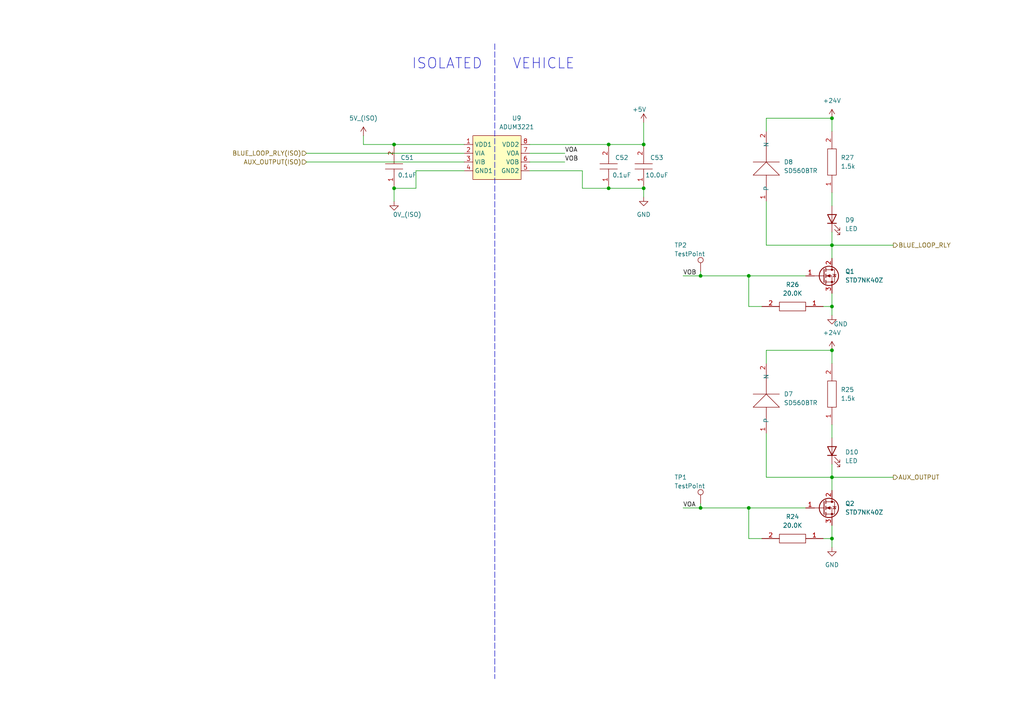
<source format=kicad_sch>
(kicad_sch (version 20211123) (generator eeschema)
  (paper "A4")
  (lib_symbols
    (symbol "0V_(ISO)_1" (power) (pin_names (offset 0))
      (property "Value" "0V_(ISO)_1" (at 0 -5.08 0))
      (symbol "0V_(ISO)_1_0_1"
        (polyline (pts (xy 0 0) (xy 0 -1.27) (xy 1.27 -1.27) (xy 0 -2.54) (xy -1.27 -1.27) (xy 0 -1.27)))
      )
      (symbol "0V_(ISO)_1_1_1"
        (pin power_in line (at 0 0 270) (length 0) hide (name "0V_(ISO)") (number "1"))
      )
    )
    (symbol "BMS_Library:ADUM3221"
      (property "Reference" "U" (at -5.08 8.89 0))
      (property "Value" "ADUM3221" (at 0 11.43 0))
      (symbol "ADUM3221_0_1"
        (rectangle (start -6.35 6.35) (end 7.62 -6.35) (fill (type background)))
      )
      (symbol "ADUM3221_1_1"
        (pin input line (at -8.89 3.81 0) (length 2.54) (name "VDD1") (number "1"))
        (pin input line (at -8.89 1.27 0) (length 2.54) (name "VIA") (number "2"))
        (pin input line (at -8.89 -1.27 0) (length 2.54) (name "VIB") (number "3"))
        (pin input line (at -8.89 -3.81 0) (length 2.54) (name "GND1") (number "4"))
        (pin input line (at 10.16 -3.81 180) (length 2.54) (name "GND2") (number "5"))
        (pin input line (at 10.16 -1.27 180) (length 2.54) (name "VOB") (number "6"))
        (pin input line (at 10.16 1.27 180) (length 2.54) (name "VOA") (number "7"))
        (pin input line (at 10.16 3.81 180) (length 2.54) (name "VDD2") (number "8"))
      )
    )
    (symbol "BMS_Library:CC0805JRX7R8BB104" (pin_names (offset 0.762))
      (property "Reference" "C" (at 8.89 6.35 0))
      (property "Value" "CC0805JRX7R8BB104" (at 8.89 3.81 0))
      (symbol "CC0805JRX7R8BB104_0_0"
        (pin passive line (at 0 0 0) (length 5.08) (name "~") (number "1"))
        (pin passive line (at 12.7 0 180) (length 5.08) (name "~") (number "2"))
      )
      (symbol "CC0805JRX7R8BB104_0_1"
        (polyline (pts (xy 5.08 0) (xy 5.588 0)) (stroke (width 0.1524)))
        (polyline (pts (xy 5.588 2.54) (xy 5.588 -2.54)) (stroke (width 0.1524)))
        (polyline (pts (xy 7.112 0) (xy 7.62 0)) (stroke (width 0.1524)))
        (polyline (pts (xy 7.112 2.54) (xy 7.112 -2.54)) (stroke (width 0.1524)))
      )
    )
    (symbol "Connector:TestPoint" (pin_numbers hide) (pin_names (offset 0.762) hide)
      (property "Reference" "TP" (at 0 6.858 0))
      (property "Value" "TestPoint" (at 0 5.08 0))
      (symbol "TestPoint_0_1"
        (circle (center 0 3.302) (radius 0.762))
      )
      (symbol "TestPoint_1_1"
        (pin passive line (at 0 0 90) (length 2.54) (name "1") (number "1"))
      )
    )
    (symbol "Custom Power:+24V" (power) (pin_names (offset 0))
      (property "Value" "+24V" (at 0 3.556 0))
      (symbol "+24V_0_1"
        (polyline (pts (xy -0.762 1.27) (xy 0 2.54)))
        (polyline (pts (xy 0 0) (xy 0 2.54)))
        (polyline (pts (xy 0 2.54) (xy 0.762 1.27)))
      )
      (symbol "+24V_1_1"
        (pin power_in line (at 0 0 90) (length 0) hide (name "+24V") (number "1"))
      )
    )
    (symbol "Custom Power:+5V" (power) (pin_names (offset 0))
      (property "Value" "+5V" (at 0 3.556 0))
      (symbol "+5V_0_1"
        (polyline (pts (xy -0.762 1.27) (xy 0 2.54)))
        (polyline (pts (xy 0 0) (xy 0 2.54)))
        (polyline (pts (xy 0 2.54) (xy 0.762 1.27)))
      )
      (symbol "+5V_1_1"
        (pin power_in line (at 0 0 90) (length 0) hide (name "+5V") (number "1"))
      )
    )
    (symbol "Custom Power:0V_(ISO)" (power) (pin_names (offset 0))
      (property "Value" "0V_(ISO)" (at 0 -3.81 0))
      (symbol "0V_(ISO)_0_1"
        (polyline (pts (xy 0 0) (xy 0 -1.27) (xy 1.27 -1.27) (xy 0 -2.54) (xy -1.27 -1.27) (xy 0 -1.27)))
      )
      (symbol "0V_(ISO)_1_1"
        (pin power_in line (at 0 0 270) (length 0) hide (name "GND") (number "1"))
      )
    )
    (symbol "Custom Power:5V_(ISO)" (power) (pin_names (offset 0))
      (property "Value" "5V_(ISO)" (at 0 3.556 0))
      (symbol "5V_(ISO)_0_1"
        (polyline (pts (xy -0.762 1.27) (xy 0 2.54)))
        (polyline (pts (xy 0 0) (xy 0 2.54)))
        (polyline (pts (xy 0 2.54) (xy 0.762 1.27)))
      )
      (symbol "5V_(ISO)_1_1"
        (pin power_in line (at 0 0 90) (length 0) hide (name "5V_(ISO)") (number "1"))
      )
    )
    (symbol "Custom Power:GND" (power) (pin_names (offset 0))
      (property "Value" "GND" (at 0 -3.81 0))
      (symbol "GND_0_1"
        (polyline (pts (xy 0 0) (xy 0 -1.27) (xy 1.27 -1.27) (xy 0 -2.54) (xy -1.27 -1.27) (xy 0 -1.27)))
      )
      (symbol "GND_1_1"
        (pin power_in line (at 0 0 270) (length 0) hide (name "GND") (number "1"))
      )
    )
    (symbol "Device:LED" (pin_numbers hide) (pin_names (offset 1.016) hide)
      (property "Reference" "D" (at 0 2.54 0))
      (property "Value" "LED" (at 0 -2.54 0))
      (symbol "LED_0_1"
        (polyline (pts (xy -1.27 -1.27) (xy -1.27 1.27)) (stroke (width 0.254)))
        (polyline (pts (xy -1.27 0) (xy 1.27 0)))
        (polyline (pts (xy 1.27 -1.27) (xy 1.27 1.27) (xy -1.27 0) (xy 1.27 -1.27)) (stroke (width 0.254)))
        (polyline (pts (xy -3.048 -0.762) (xy -4.572 -2.286) (xy -3.81 -2.286) (xy -4.572 -2.286) (xy -4.572 -1.524)))
        (polyline (pts (xy -1.778 -0.762) (xy -3.302 -2.286) (xy -2.54 -2.286) (xy -3.302 -2.286) (xy -3.302 -1.524)))
      )
      (symbol "LED_1_1"
        (pin passive line (at -3.81 0 0) (length 2.54) (name "K") (number "1"))
        (pin passive line (at 3.81 0 180) (length 2.54) (name "A") (number "2"))
      )
    )
    (symbol "ERJP06F1000V:ERJP06F1000V" (pin_names (offset 0.762))
      (property "Reference" "R" (at 13.97 6.35 0))
      (property "Value" "ERJP06F1000V" (at 13.97 3.81 0))
      (symbol "ERJP06F1000V_0_0"
        (pin passive line (at 0 0 0) (length 5.08) (name "~") (number "1"))
        (pin passive line (at 17.78 0 180) (length 5.08) (name "~") (number "2"))
      )
      (symbol "ERJP06F1000V_0_1"
        (polyline (pts (xy 5.08 1.27) (xy 12.7 1.27) (xy 12.7 -1.27) (xy 5.08 -1.27) (xy 5.08 1.27)) (stroke (width 0.1524)))
      )
    )
    (symbol "Power_Protection:SD560BTR"
      (property "Reference" "D" (at -3.81 0 0))
      (property "Value" "SD560BTR" (at 0 2.54 0))
      (symbol "SD560BTR_0_1"
        (polyline (pts (xy -2.54 -2.54) (xy -7.62 -2.54)))
        (polyline (pts (xy -2.54 -2.54) (xy -2.54 -6.35)))
        (polyline (pts (xy 1.27 -2.54) (xy 1.27 -6.35)))
        (polyline (pts (xy 1.27 -2.54) (xy 1.27 1.27)))
        (polyline (pts (xy 1.27 -2.54) (xy 7.62 -2.54)))
        (polyline (pts (xy -2.54 -6.35) (xy 1.27 -2.54) (xy -2.54 1.27) (xy -2.54 -2.54)))
      )
      (symbol "SD560BTR_1_1"
        (pin input line (at -10.16 -2.54 0) (length 2.54) (name "P") (number "1"))
        (pin output line (at 10.16 -2.54 180) (length 2.54) (name "N") (number "2"))
      )
    )
    (symbol "Transistor_FET:STD7NK40Z" (pin_names hide)
      (property "Reference" "Q" (at 5.08 1.905 0))
      (property "Value" "STD7NK40Z" (at 5.08 0 0))
      (symbol "STD7NK40Z_0_1"
        (polyline (pts (xy 0.254 0) (xy -2.54 0)))
        (polyline (pts (xy 0.254 1.905) (xy 0.254 -1.905)) (stroke (width 0.254)))
        (polyline (pts (xy 0.762 -1.27) (xy 0.762 -2.286)) (stroke (width 0.254)))
        (polyline (pts (xy 0.762 0.508) (xy 0.762 -0.508)) (stroke (width 0.254)))
        (polyline (pts (xy 0.762 2.286) (xy 0.762 1.27)) (stroke (width 0.254)))
        (polyline (pts (xy 2.54 2.54) (xy 2.54 1.778)))
        (polyline (pts (xy 2.54 -2.54) (xy 2.54 0) (xy 0.762 0)))
        (polyline (pts (xy 0.762 -1.778) (xy 3.302 -1.778) (xy 3.302 1.778) (xy 0.762 1.778)))
        (polyline (pts (xy 1.016 0) (xy 2.032 0.381) (xy 2.032 -0.381) (xy 1.016 0)) (fill (type outline)))
        (polyline (pts (xy 2.794 0.508) (xy 2.921 0.381) (xy 3.683 0.381) (xy 3.81 0.254)))
        (polyline (pts (xy 3.302 0.381) (xy 2.921 -0.254) (xy 3.683 -0.254) (xy 3.302 0.381)))
        (circle (center 1.651 0) (radius 2.794) (stroke (width 0.254)))
        (circle (center 2.54 -1.778) (radius 0.254) (fill (type outline)))
        (circle (center 2.54 1.778) (radius 0.254) (fill (type outline)))
      )
      (symbol "STD7NK40Z_1_1"
        (pin passive line (at -5.08 0 0) (length 2.54) (name "G") (number "1"))
        (pin passive line (at 2.54 5.08 270) (length 2.54) (name "D") (number "2"))
        (pin passive line (at 2.54 -5.08 90) (length 2.54) (name "S") (number "3"))
      )
    )
  )
  (junction (at 241.3 71.12))
  (junction (at 186.69 54.61))
  (junction (at 217.17 80.01))
  (junction (at 114.3 41.91))
  (junction (at 203.2 147.32))
  (junction (at 114.3 54.61))
  (junction (at 203.2 80.01))
  (junction (at 241.3 156.21))
  (junction (at 186.69 41.91))
  (junction (at 176.53 54.61))
  (junction (at 241.3 34.29))
  (junction (at 241.3 138.43))
  (junction (at 241.3 88.9))
  (junction (at 176.53 41.91))
  (junction (at 241.3 101.6))
  (junction (at 217.17 147.32))
  (wire (pts (xy 120.65 49.53) (xy 134.62 49.53)))
  (wire (pts (xy 217.17 80.01) (xy 233.68 80.01)))
  (polyline (pts (xy 143.51 12.7) (xy 143.51 196.85)))
  (wire (pts (xy 168.91 49.53) (xy 168.91 54.61)))
  (wire (pts (xy 186.69 54.61) (xy 186.69 57.15)))
  (wire (pts (xy 222.25 138.43) (xy 241.3 138.43)))
  (wire (pts (xy 153.67 49.53) (xy 168.91 49.53)))
  (wire (pts (xy 241.3 71.12) (xy 241.3 67.31)))
  (wire (pts (xy 217.17 147.32) (xy 233.68 147.32)))
  (wire (pts (xy 220.98 156.21) (xy 217.17 156.21)))
  (wire (pts (xy 241.3 138.43) (xy 259.08 138.43)))
  (wire (pts (xy 241.3 152.4) (xy 241.3 156.21)))
  (wire (pts (xy 222.25 125.73) (xy 222.25 138.43)))
  (wire (pts (xy 222.25 101.6) (xy 222.25 105.41)))
  (wire (pts (xy 241.3 85.09) (xy 241.3 88.9)))
  (wire (pts (xy 114.3 54.61) (xy 114.3 58.42)))
  (wire (pts (xy 241.3 71.12) (xy 259.08 71.12)))
  (wire (pts (xy 88.9 46.99) (xy 134.62 46.99)))
  (wire (pts (xy 222.25 58.42) (xy 222.25 71.12)))
  (wire (pts (xy 186.69 35.56) (xy 186.69 41.91)))
  (wire (pts (xy 120.65 49.53) (xy 120.65 54.61)))
  (wire (pts (xy 203.2 147.32) (xy 217.17 147.32)))
  (wire (pts (xy 220.98 88.9) (xy 217.17 88.9)))
  (wire (pts (xy 198.12 80.01) (xy 203.2 80.01)))
  (wire (pts (xy 114.3 41.91) (xy 105.41 41.91)))
  (wire (pts (xy 153.67 41.91) (xy 176.53 41.91)))
  (wire (pts (xy 241.3 34.29) (xy 222.25 34.29)))
  (wire (pts (xy 241.3 138.43) (xy 241.3 142.24)))
  (wire (pts (xy 241.3 101.6) (xy 241.3 105.41)))
  (wire (pts (xy 176.53 41.91) (xy 186.69 41.91)))
  (wire (pts (xy 241.3 138.43) (xy 241.3 134.62)))
  (wire (pts (xy 198.12 147.32) (xy 203.2 147.32)))
  (wire (pts (xy 120.65 54.61) (xy 114.3 54.61)))
  (wire (pts (xy 203.2 78.74) (xy 203.2 80.01)))
  (wire (pts (xy 203.2 146.05) (xy 203.2 147.32)))
  (wire (pts (xy 241.3 55.88) (xy 241.3 59.69)))
  (wire (pts (xy 114.3 41.91) (xy 134.62 41.91)))
  (wire (pts (xy 238.76 88.9) (xy 241.3 88.9)))
  (wire (pts (xy 176.53 54.61) (xy 186.69 54.61)))
  (wire (pts (xy 241.3 156.21) (xy 241.3 158.75)))
  (wire (pts (xy 105.41 39.37) (xy 105.41 41.91)))
  (wire (pts (xy 168.91 54.61) (xy 176.53 54.61)))
  (wire (pts (xy 222.25 34.29) (xy 222.25 38.1)))
  (wire (pts (xy 222.25 71.12) (xy 241.3 71.12)))
  (wire (pts (xy 238.76 156.21) (xy 241.3 156.21)))
  (wire (pts (xy 217.17 88.9) (xy 217.17 80.01)))
  (wire (pts (xy 241.3 71.12) (xy 241.3 74.93)))
  (wire (pts (xy 217.17 156.21) (xy 217.17 147.32)))
  (wire (pts (xy 241.3 123.19) (xy 241.3 127)))
  (wire (pts (xy 88.9 44.45) (xy 134.62 44.45)))
  (wire (pts (xy 203.2 80.01) (xy 217.17 80.01)))
  (wire (pts (xy 241.3 88.9) (xy 241.3 91.44)))
  (wire (pts (xy 241.3 101.6) (xy 222.25 101.6)))
  (wire (pts (xy 153.67 46.99) (xy 163.83 46.99)))
  (wire (pts (xy 153.67 44.45) (xy 163.83 44.45)))
  (wire (pts (xy 241.3 34.29) (xy 241.3 38.1)))
  (text "ISOLATED" (at 119.38 20.32 0) (effects (font (size 3 3)) (justify left bottom)))
  (text "VEHICLE\n" (at 148.59 20.32 0) (effects (font (size 3 3)) (justify left bottom)))
  (label "VOA" (at 163.83 44.45 0))
  (label "VOB" (at 198.12 80.01 0))
  (label "VOA" (at 198.12 147.32 0))
  (label "VOB" (at 163.83 46.99 0))
  (hierarchical_label "BLUE_LOOP_RLY(ISO)" (shape input) (at 88.9 44.45 180))
  (hierarchical_label "BLUE_LOOP_RLY" (shape output) (at 259.08 71.12 0))
  (hierarchical_label "AUX_OUTPUT(ISO)" (shape input) (at 88.9 46.99 180))
  (hierarchical_label "AUX_OUTPUT" (shape output) (at 259.08 138.43 0))
  (symbol (lib_id "Power_Protection:SD560BTR") (at 219.71 48.26 90) (unit 1)
    (property "Reference" "D8" (at 227.33 46.9899 90) (effects (justify right)))
    (property "Value" "SD560BTR" (at 227.33 49.5299 90) (effects (justify right)))
    (property "Footprint" "Diode_SMD:D_SMB_Handsoldering" (effects hide))
  )
  (symbol (lib_id "ERJP06F1000V:ERJP06F1000V") (at 241.3 123.19 90) (unit 1)
    (property "Reference" "R25" (at 243.84 113.0299 90) (effects (justify right)))
    (property "Value" "1.5k" (at 243.84 115.5699 90) (effects (justify right)))
    (property "Footprint" "Resistor_SMD:R_0603_1608Metric_Pad0.98x0.95mm_HandSolder" (effects hide))
    (property "Datasheet" "https://industrial.panasonic.com/cdbs/www-data/pdf/RDO0000/AOA0000C331.pdf" (effects hide))
    (property "Description" "Panasonic ERJP06 Series Thick Film Surface Mount Resistor 0805 Case 100 +/-1% 0.5W +/-100ppm/C" (effects hide))
    (property "Height" "0.7" (effects hide))
    (property "Manufacturer_Name" "Panasonic" (effects hide))
    (property "Manufacturer_Part_Number" "ERJP06F1000V" (effects hide))
  )
  (symbol (lib_id "BMS_Library:ADUM3221") (at 143.51 45.72 0) (unit 1)
    (property "Reference" "U9" (at 149.86 34.29 0))
    (property "Value" "ADUM3221" (at 149.86 36.83 0))
    (property "Footprint" "Package_SO:SOIC-8_3.9x4.9mm_P1.27mm" (effects hide))
  )
  (symbol (lib_id "Device:LED") (at 241.3 63.5 90) (unit 1)
    (property "Reference" "D9" (at 245.11 63.8174 90) (effects (justify right)))
    (property "Value" "LED" (at 245.11 66.3574 90) (effects (justify right)))
    (property "Footprint" "LED_SMD:LED_0805_2012Metric_Pad1.15x1.40mm_HandSolder" (effects hide))
  )
  (symbol (lib_id "ERJP06F1000V:ERJP06F1000V") (at 238.76 156.21 180) (unit 1)
    (property "Reference" "R24" (at 229.87 149.86 0))
    (property "Value" "20.0K" (at 229.87 152.4 0))
    (property "Footprint" "Resistor_SMD:R_0603_1608Metric_Pad0.98x0.95mm_HandSolder" (effects hide))
    (property "Datasheet" "https://industrial.panasonic.com/cdbs/www-data/pdf/RDO0000/AOA0000C331.pdf" (effects hide))
    (property "Description" "Panasonic ERJP06 Series Thick Film Surface Mount Resistor 0805 Case 100 +/-1% 0.5W +/-100ppm/C" (effects hide))
    (property "Height" "0.7" (effects hide))
    (property "Manufacturer_Name" "Panasonic" (effects hide))
    (property "Manufacturer_Part_Number" "ERJP06F1000V" (effects hide))
  )
  (symbol (lib_id "Transistor_FET:STD7NK40Z") (at 238.76 80.01 0) (unit 1)
    (property "Reference" "Q1" (at 245.11 78.7399 0) (effects (justify left)))
    (property "Value" "STD7NK40Z" (at 245.11 81.2799 0) (effects (justify left)))
    (property "Footprint" "Package_TO_SOT_SMD:TO-252-2" (effects hide))
    (property "Datasheet" "https://www.st.com/resource/en/datasheet/std7nk40zt4.pdf" (effects hide))
  )
  (symbol (lib_id "BMS_Library:CC0805JRX7R8BB104") (at 186.69 54.61 90) (unit 1)
    (property "Reference" "C53" (at 190.5 45.72 90))
    (property "Value" "10.0uF" (at 190.5 50.8 90))
    (property "Footprint" "Capacitor_SMD:C_0603_1608Metric_Pad1.08x0.95mm_HandSolder" (effects hide))
    (property "Datasheet" "https://www.yageo.com/upload/media/product/productsearch/datasheet/mlcc/UPY-GPHC_X7R_6.3V-to-50V_20.pdf" (effects hide))
    (property "Description" "YAGEO - CC0805JRX7R8BB104 - SMD Multilayer Ceramic Capacitor, 0.1 F, 25 V, 0805 [2012 Metric], +/- 5%, X7R, CC Series" (effects hide))
    (property "Height" "0.95" (effects hide))
    (property "Manufacturer_Name" "YAGEO" (effects hide))
    (property "Manufacturer_Part_Number" "CC0805JRX7R8BB104" (effects hide))
    (property "Mouser Part Number" "603-CC805JRX7R8BB104" (effects hide))
    (property "Mouser Price/Stock" "https://www.mouser.co.uk/ProductDetail/YAGEO/CC0805JRX7R8BB104?qs=AgBp2OyFlx%252BZU4KTc42Krw%3D%3D" (effects hide))
    (property "Arrow Part Number" "CC0805JRX7R8BB104" (effects hide))
    (property "Arrow Price/Stock" "https://www.arrow.com/en/products/cc0805jrx7r8bb104/yageo?region=nac" (effects hide))
  )
  (symbol (lib_id "Custom Power:+24V") (at 241.3 101.6 0) (unit 1)
    (property "Reference" "#PWR0189" (effects hide))
    (property "Value" "+24V" (at 241.3 96.52 0))
  )
  (symbol (lib_id "Custom Power:5V_(ISO)") (at 105.41 39.37 0) (unit 1)
    (property "Reference" "#PWR0183" (effects hide))
    (property "Value" "5V_(ISO)" (at 105.41 34.29 0))
  )
  (symbol (lib_id "Custom Power:GND") (at 241.3 91.44 0) (unit 1)
    (property "Reference" "#PWR0178" (effects hide))
    (property "Value" "GND" (at 243.84 93.98 0))
  )
  (symbol (lib_id "Custom Power:0V_(ISO)") (at 186.69 57.15 0) (unit 1)
    (property "Reference" "#PWR0185" (effects hide))
    (property "Value" "0V_(ISO)" (at 186.69 62.23 0))
  )
  (symbol (lib_id "Connector:TestPoint") (at 203.2 78.74 0) (unit 1)
    (property "Reference" "TP2" (at 195.58 71.12 0) (effects (justify left)))
    (property "Value" "TestPoint" (at 195.58 73.66 0) (effects (justify left)))
    (property "Footprint" "TestPoint:TestPoint_Pad_1.0x1.0mm" (effects hide))
  )
  (symbol (lib_id "ERJP06F1000V:ERJP06F1000V") (at 241.3 55.88 90) (unit 1)
    (property "Reference" "R27" (at 243.84 45.7199 90) (effects (justify right)))
    (property "Value" "1.5k" (at 243.84 48.2599 90) (effects (justify right)))
    (property "Footprint" "Resistor_SMD:R_0603_1608Metric_Pad0.98x0.95mm_HandSolder" (effects hide))
    (property "Datasheet" "https://industrial.panasonic.com/cdbs/www-data/pdf/RDO0000/AOA0000C331.pdf" (effects hide))
    (property "Description" "Panasonic ERJP06 Series Thick Film Surface Mount Resistor 0805 Case 100 +/-1% 0.5W +/-100ppm/C" (effects hide))
    (property "Height" "0.7" (effects hide))
    (property "Manufacturer_Name" "Panasonic" (effects hide))
    (property "Manufacturer_Part_Number" "ERJP06F1000V" (effects hide))
  )
  (symbol (lib_id "Transistor_FET:STD7NK40Z") (at 238.76 147.32 0) (unit 1)
    (property "Reference" "Q2" (at 245.11 146.0499 0) (effects (justify left)))
    (property "Value" "STD7NK40Z" (at 245.11 148.5899 0) (effects (justify left)))
    (property "Footprint" "Package_TO_SOT_SMD:TO-252-2" (effects hide))
    (property "Datasheet" "https://www.st.com/resource/en/datasheet/std7nk40zt4.pdf" (effects hide))
  )
  (symbol (lib_id "Custom Power:GND") (at 241.3 158.75 0) (unit 1)
    (property "Reference" "#PWR0180" (effects hide))
    (property "Value" "GND" (at 241.3 163.83 0))
  )
  (symbol (lib_id "Device:LED") (at 241.3 130.81 90) (unit 1)
    (property "Reference" "D10" (at 245.11 131.1274 90) (effects (justify right)))
    (property "Value" "LED" (at 245.11 133.6674 90) (effects (justify right)))
    (property "Footprint" "LED_SMD:LED_0805_2012Metric_Pad1.15x1.40mm_HandSolder" (effects hide))
  )
  (symbol (lib_id "Custom Power:+5V") (at 186.69 35.56 0) (unit 1)
    (property "Reference" "#PWR0184" (effects hide))
    (property "Value" "+5V" (at 185.42 31.75 0))
  )
  (symbol (lib_id "Custom Power:+24V") (at 241.3 34.29 0) (unit 1)
    (property "Reference" "#PWR0190" (effects hide))
    (property "Value" "+24V" (at 241.3 29.21 0))
  )
  (symbol (lib_id "BMS_Library:CC0805JRX7R8BB104") (at 114.3 54.61 90) (unit 1)
    (property "Reference" "C51" (at 118.11 45.72 90))
    (property "Value" "0.1uF" (at 118.11 50.8 90))
    (property "Footprint" "Capacitor_SMD:C_0603_1608Metric_Pad1.08x0.95mm_HandSolder" (effects hide))
    (property "Datasheet" "https://www.yageo.com/upload/media/product/productsearch/datasheet/mlcc/UPY-GPHC_X7R_6.3V-to-50V_20.pdf" (effects hide))
    (property "Description" "YAGEO - CC0805JRX7R8BB104 - SMD Multilayer Ceramic Capacitor, 0.1 F, 25 V, 0805 [2012 Metric], +/- 5%, X7R, CC Series" (effects hide))
    (property "Height" "0.95" (effects hide))
    (property "Manufacturer_Name" "YAGEO" (effects hide))
    (property "Manufacturer_Part_Number" "CC0805JRX7R8BB104" (effects hide))
    (property "Mouser Part Number" "603-CC805JRX7R8BB104" (effects hide))
    (property "Mouser Price/Stock" "https://www.mouser.co.uk/ProductDetail/YAGEO/CC0805JRX7R8BB104?qs=AgBp2OyFlx%252BZU4KTc42Krw%3D%3D" (effects hide))
    (property "Arrow Part Number" "CC0805JRX7R8BB104" (effects hide))
    (property "Arrow Price/Stock" "https://www.arrow.com/en/products/cc0805jrx7r8bb104/yageo?region=nac" (effects hide))
  )
  (symbol (lib_id "ERJP06F1000V:ERJP06F1000V") (at 238.76 88.9 180) (unit 1)
    (property "Reference" "R26" (at 229.87 82.55 0))
    (property "Value" "20.0K" (at 229.87 85.09 0))
    (property "Footprint" "Resistor_SMD:R_0603_1608Metric_Pad0.98x0.95mm_HandSolder" (effects hide))
    (property "Datasheet" "https://industrial.panasonic.com/cdbs/www-data/pdf/RDO0000/AOA0000C331.pdf" (effects hide))
    (property "Description" "Panasonic ERJP06 Series Thick Film Surface Mount Resistor 0805 Case 100 +/-1% 0.5W +/-100ppm/C" (effects hide))
    (property "Height" "0.7" (effects hide))
    (property "Manufacturer_Name" "Panasonic" (effects hide))
    (property "Manufacturer_Part_Number" "ERJP06F1000V" (effects hide))
  )
  (symbol (lib_name "0V_(ISO)_1") (lib_id "Custom Power:0V_(ISO)") (at 114.3 58.42 0) (unit 1)
    (property "Reference" "#PWR0181" (effects hide))
    (property "Value" "0V_(ISO)" (at 118.11 62.23 0))
  )
  (symbol (lib_id "Power_Protection:SD560BTR") (at 219.71 115.57 90) (unit 1)
    (property "Reference" "D7" (at 227.33 114.2999 90) (effects (justify right)))
    (property "Value" "SD560BTR" (at 227.33 116.8399 90) (effects (justify right)))
    (property "Footprint" "Diode_SMD:D_SMB_Handsoldering" (effects hide))
  )
  (symbol (lib_id "BMS_Library:CC0805JRX7R8BB104") (at 176.53 54.61 90) (unit 1)
    (property "Reference" "C52" (at 180.34 45.72 90))
    (property "Value" "0.1uF" (at 180.34 50.8 90))
    (property "Footprint" "Capacitor_SMD:C_0603_1608Metric_Pad1.08x0.95mm_HandSolder" (effects hide))
    (property "Datasheet" "https://www.yageo.com/upload/media/product/productsearch/datasheet/mlcc/UPY-GPHC_X7R_6.3V-to-50V_20.pdf" (effects hide))
    (property "Description" "YAGEO - CC0805JRX7R8BB104 - SMD Multilayer Ceramic Capacitor, 0.1 F, 25 V, 0805 [2012 Metric], +/- 5%, X7R, CC Series" (effects hide))
    (property "Height" "0.95" (effects hide))
    (property "Manufacturer_Name" "YAGEO" (effects hide))
    (property "Manufacturer_Part_Number" "CC0805JRX7R8BB104" (effects hide))
    (property "Mouser Part Number" "603-CC805JRX7R8BB104" (effects hide))
    (property "Mouser Price/Stock" "https://www.mouser.co.uk/ProductDetail/YAGEO/CC0805JRX7R8BB104?qs=AgBp2OyFlx%252BZU4KTc42Krw%3D%3D" (effects hide))
    (property "Arrow Part Number" "CC0805JRX7R8BB104" (effects hide))
    (property "Arrow Price/Stock" "https://www.arrow.com/en/products/cc0805jrx7r8bb104/yageo?region=nac" (effects hide))
  )
  (symbol (lib_id "Connector:TestPoint") (at 203.2 146.05 0) (unit 1)
    (property "Reference" "TP1" (at 195.58 138.43 0) (effects (justify left)))
    (property "Value" "TestPoint" (at 195.58 140.97 0) (effects (justify left)))
    (property "Footprint" "TestPoint:TestPoint_Pad_1.0x1.0mm" (effects hide))
  )
)
</source>
